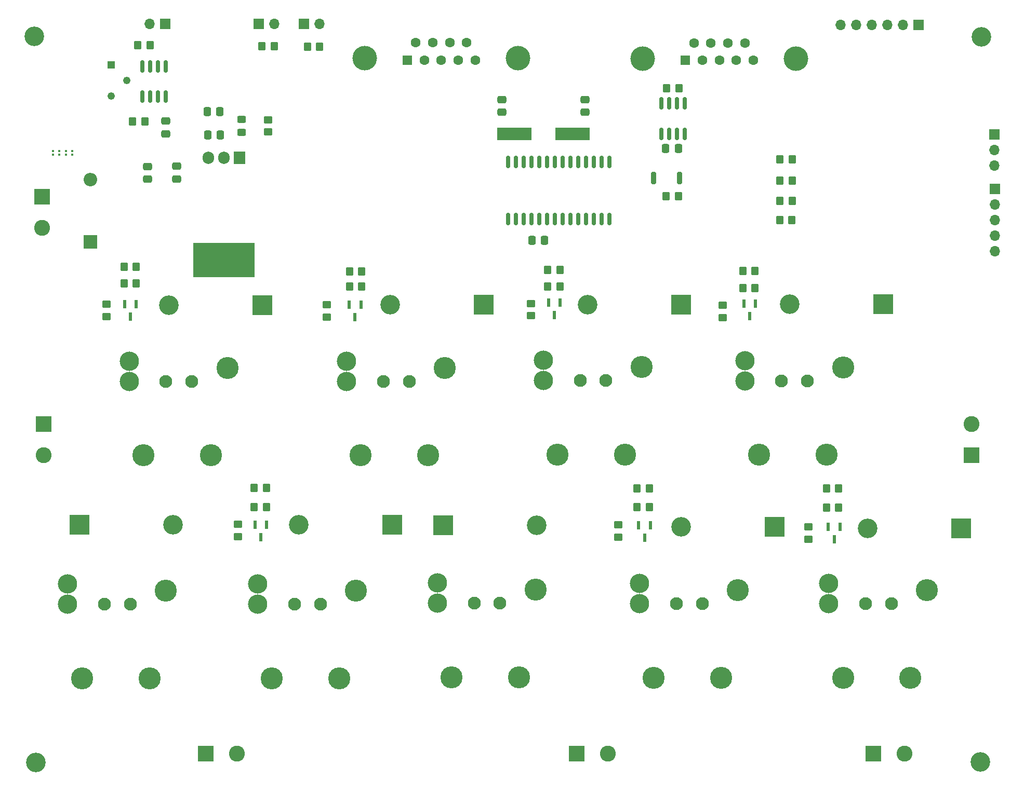
<source format=gbr>
%TF.GenerationSoftware,KiCad,Pcbnew,7.0.2-6a45011f42~172~ubuntu22.04.1*%
%TF.CreationDate,2023-04-27T13:30:22+02:00*%
%TF.ProjectId,Grup3_Tarda_Projecte_Netejaparabrises,47727570-335f-4546-9172-64615f50726f,1.4.27042023*%
%TF.SameCoordinates,Original*%
%TF.FileFunction,Soldermask,Top*%
%TF.FilePolarity,Negative*%
%FSLAX46Y46*%
G04 Gerber Fmt 4.6, Leading zero omitted, Abs format (unit mm)*
G04 Created by KiCad (PCBNEW 7.0.2-6a45011f42~172~ubuntu22.04.1) date 2023-04-27 13:30:22*
%MOMM*%
%LPD*%
G01*
G04 APERTURE LIST*
G04 Aperture macros list*
%AMRoundRect*
0 Rectangle with rounded corners*
0 $1 Rounding radius*
0 $2 $3 $4 $5 $6 $7 $8 $9 X,Y pos of 4 corners*
0 Add a 4 corners polygon primitive as box body*
4,1,4,$2,$3,$4,$5,$6,$7,$8,$9,$2,$3,0*
0 Add four circle primitives for the rounded corners*
1,1,$1+$1,$2,$3*
1,1,$1+$1,$4,$5*
1,1,$1+$1,$6,$7*
1,1,$1+$1,$8,$9*
0 Add four rect primitives between the rounded corners*
20,1,$1+$1,$2,$3,$4,$5,0*
20,1,$1+$1,$4,$5,$6,$7,0*
20,1,$1+$1,$6,$7,$8,$9,0*
20,1,$1+$1,$8,$9,$2,$3,0*%
G04 Aperture macros list end*
%ADD10RoundRect,0.250000X-0.350000X-0.450000X0.350000X-0.450000X0.350000X0.450000X-0.350000X0.450000X0*%
%ADD11RoundRect,0.250000X0.450000X-0.325000X0.450000X0.325000X-0.450000X0.325000X-0.450000X-0.325000X0*%
%ADD12C,3.200000*%
%ADD13R,1.700000X1.700000*%
%ADD14O,1.700000X1.700000*%
%ADD15R,2.600000X2.600000*%
%ADD16C,2.600000*%
%ADD17RoundRect,0.250000X-0.337500X-0.475000X0.337500X-0.475000X0.337500X0.475000X-0.337500X0.475000X0*%
%ADD18RoundRect,0.150000X-0.150000X0.825000X-0.150000X-0.825000X0.150000X-0.825000X0.150000X0.825000X0*%
%ADD19C,2.100000*%
%ADD20C,3.150000*%
%ADD21C,3.600000*%
%ADD22R,0.400000X0.380000*%
%ADD23RoundRect,0.250000X0.350000X0.450000X-0.350000X0.450000X-0.350000X-0.450000X0.350000X-0.450000X0*%
%ADD24RoundRect,0.250000X0.450000X-0.350000X0.450000X0.350000X-0.450000X0.350000X-0.450000X-0.350000X0*%
%ADD25RoundRect,0.041300X-0.253700X0.618700X-0.253700X-0.618700X0.253700X-0.618700X0.253700X0.618700X0*%
%ADD26R,1.222000X1.222000*%
%ADD27C,1.222000*%
%ADD28R,3.200000X3.200000*%
%ADD29O,3.200000X3.200000*%
%ADD30RoundRect,0.250000X-0.475000X0.337500X-0.475000X-0.337500X0.475000X-0.337500X0.475000X0.337500X0*%
%ADD31R,2.200000X2.200000*%
%ADD32O,2.200000X2.200000*%
%ADD33RoundRect,0.250000X0.337500X0.475000X-0.337500X0.475000X-0.337500X-0.475000X0.337500X-0.475000X0*%
%ADD34RoundRect,0.250000X0.475000X-0.337500X0.475000X0.337500X-0.475000X0.337500X-0.475000X-0.337500X0*%
%ADD35O,3.500000X3.500000*%
%ADD36R,1.905000X2.000000*%
%ADD37O,1.905000X2.000000*%
%ADD38R,10.000000X5.600000*%
%ADD39R,5.600000X2.100000*%
%ADD40C,4.000000*%
%ADD41R,1.600000X1.600000*%
%ADD42C,1.600000*%
%ADD43RoundRect,0.200000X0.200000X0.800000X-0.200000X0.800000X-0.200000X-0.800000X0.200000X-0.800000X0*%
%ADD44RoundRect,0.150000X0.150000X-0.825000X0.150000X0.825000X-0.150000X0.825000X-0.150000X-0.825000X0*%
%ADD45RoundRect,0.150000X-0.150000X0.875000X-0.150000X-0.875000X0.150000X-0.875000X0.150000X0.875000X0*%
G04 APERTURE END LIST*
D10*
%TO.C,R25*%
X101800000Y-38350000D03*
X103800000Y-38350000D03*
%TD*%
D11*
%TO.C,D3*%
X91100000Y-52265000D03*
X91100000Y-50215000D03*
%TD*%
D12*
%TO.C,REF98*%
X57520000Y-155070000D03*
%TD*%
D13*
%TO.C,J7*%
X78680000Y-34605000D03*
D14*
X76140000Y-34605000D03*
%TD*%
D15*
%TO.C,J8*%
X85255000Y-153645000D03*
D16*
X90335000Y-153645000D03*
%TD*%
D17*
%TO.C,C3*%
X85565000Y-52750000D03*
X87640000Y-52750000D03*
%TD*%
D18*
%TO.C,U2*%
X78755000Y-41515000D03*
X77485000Y-41515000D03*
X76215000Y-41515000D03*
X74945000Y-41515000D03*
X74945000Y-46465000D03*
X76215000Y-46465000D03*
X77485000Y-46465000D03*
X78755000Y-46465000D03*
%TD*%
D10*
%TO.C,R24*%
X94419030Y-38245671D03*
X96419030Y-38245671D03*
%TD*%
D15*
%TO.C,J10*%
X58795000Y-99845000D03*
D16*
X58795000Y-104925000D03*
%TD*%
D19*
%TO.C,K3*%
X99725000Y-129230000D03*
X103925000Y-129230000D03*
D20*
X93725000Y-125930000D03*
D21*
X96025000Y-141330000D03*
D20*
X93725000Y-129230000D03*
D21*
X107025000Y-141330000D03*
X109725000Y-127030000D03*
%TD*%
D12*
%TO.C,REF99*%
X57290000Y-36620000D03*
%TD*%
D10*
%TO.C,R14*%
X140992500Y-74745000D03*
X142992500Y-74745000D03*
%TD*%
D22*
%TO.C,FL3*%
X62462862Y-55922624D03*
X62462862Y-55360624D03*
%TD*%
D23*
%TO.C,RSens1*%
X76150000Y-38040000D03*
X74150000Y-38040000D03*
%TD*%
D12*
%TO.C,REF97*%
X211470000Y-155000000D03*
%TD*%
D24*
%TO.C,R8*%
X69040000Y-82330000D03*
X69040000Y-80330000D03*
%TD*%
D10*
%TO.C,R15*%
X155550000Y-110375000D03*
X157550000Y-110375000D03*
%TD*%
D24*
%TO.C,R1*%
X95400000Y-52240000D03*
X95400000Y-50240000D03*
%TD*%
D25*
%TO.C,Q3*%
X95150000Y-116310000D03*
X93250000Y-116310000D03*
X94200000Y-118340000D03*
%TD*%
D23*
%TO.C,RBot2*%
X180790000Y-63487500D03*
X178790000Y-63487500D03*
%TD*%
D25*
%TO.C,Q4*%
X174840000Y-80245000D03*
X172940000Y-80245000D03*
X173890000Y-82275000D03*
%TD*%
D24*
%TO.C,R22*%
X183490000Y-118660000D03*
X183490000Y-116660000D03*
%TD*%
D26*
%TO.C,RPOT1*%
X69830000Y-41304500D03*
D27*
X72370000Y-43844500D03*
X69830000Y-46384500D03*
%TD*%
D24*
%TO.C,R13*%
X169510000Y-82515000D03*
X169510000Y-80515000D03*
%TD*%
D28*
%TO.C,D12*%
X208350000Y-116940000D03*
D29*
X193110000Y-116940000D03*
%TD*%
D19*
%TO.C,K2*%
X114210000Y-92900000D03*
X118410000Y-92900000D03*
D20*
X108210000Y-89600000D03*
D21*
X110510000Y-105000000D03*
D20*
X108210000Y-92900000D03*
D21*
X121510000Y-105000000D03*
X124210000Y-90700000D03*
%TD*%
D30*
%TO.C,C2*%
X80500000Y-57840000D03*
X80500000Y-59915000D03*
%TD*%
D28*
%TO.C,D6*%
X115620000Y-116340000D03*
D29*
X100380000Y-116340000D03*
%TD*%
D15*
%TO.C,J9*%
X145705000Y-153645000D03*
D16*
X150785000Y-153645000D03*
%TD*%
D10*
%TO.C,R16*%
X140982500Y-77460000D03*
X142982500Y-77460000D03*
%TD*%
D24*
%TO.C,R10*%
X90465000Y-118255000D03*
X90465000Y-116255000D03*
%TD*%
D30*
%TO.C,C1*%
X75790000Y-57860000D03*
X75790000Y-59935000D03*
%TD*%
%TO.C,CDesOpam1*%
X78700000Y-50440000D03*
X78700000Y-52515000D03*
%TD*%
D23*
%TO.C,RBot1*%
X180770000Y-66620000D03*
X178770000Y-66620000D03*
%TD*%
D10*
%TO.C,R23*%
X73300000Y-50490000D03*
X75300000Y-50490000D03*
%TD*%
D31*
%TO.C,D1*%
X66440000Y-70200000D03*
D32*
X66440000Y-60040000D03*
%TD*%
D10*
%TO.C,R12*%
X172750000Y-77740000D03*
X174750000Y-77740000D03*
%TD*%
D25*
%TO.C,Q6*%
X157700000Y-116380000D03*
X155800000Y-116380000D03*
X156750000Y-118410000D03*
%TD*%
D10*
%TO.C,R3*%
X108670000Y-74985000D03*
X110670000Y-74985000D03*
%TD*%
%TO.C,R11*%
X172770000Y-74885000D03*
X174770000Y-74885000D03*
%TD*%
D19*
%TO.C,K4*%
X68760000Y-129230000D03*
X72960000Y-129230000D03*
D20*
X62760000Y-125930000D03*
D21*
X65060000Y-141330000D03*
D20*
X62760000Y-129230000D03*
D21*
X76060000Y-141330000D03*
X78760000Y-127030000D03*
%TD*%
D33*
%TO.C,CDesacobMicro1*%
X140487500Y-69890000D03*
X138412500Y-69890000D03*
%TD*%
D13*
%TO.C,J2*%
X201390000Y-34780000D03*
D14*
X198850000Y-34780000D03*
X196310000Y-34780000D03*
X193770000Y-34780000D03*
X191230000Y-34780000D03*
X188690000Y-34780000D03*
%TD*%
D12*
%TO.C,REF96*%
X211680000Y-36690000D03*
%TD*%
D24*
%TO.C,R18*%
X138232500Y-82210000D03*
X138232500Y-80210000D03*
%TD*%
D34*
%TO.C,CClock1*%
X147080000Y-49027500D03*
X147080000Y-46952500D03*
%TD*%
D35*
%TO.C,IC1*%
X88200000Y-73120000D03*
D36*
X90740000Y-56460000D03*
D37*
X88200000Y-56460000D03*
D38*
X88190000Y-73110000D03*
D37*
X85660000Y-56460000D03*
%TD*%
D39*
%TO.C,Y1*%
X145030000Y-52540000D03*
X135530000Y-52540000D03*
%TD*%
D40*
%TO.C,J6*%
X181445000Y-40240000D03*
X156445000Y-40240000D03*
D41*
X163405000Y-40540000D03*
D42*
X166175000Y-40540000D03*
X168945000Y-40540000D03*
X171715000Y-40540000D03*
X174485000Y-40540000D03*
X164790000Y-37700000D03*
X167560000Y-37700000D03*
X170330000Y-37700000D03*
X173100000Y-37700000D03*
%TD*%
D10*
%TO.C,R5*%
X71930000Y-76980000D03*
X73930000Y-76980000D03*
%TD*%
D28*
%TO.C,D4*%
X94440000Y-80480000D03*
D29*
X79200000Y-80480000D03*
%TD*%
D24*
%TO.C,R19*%
X152430000Y-118325000D03*
X152430000Y-116325000D03*
%TD*%
D10*
%TO.C,R7*%
X93125000Y-113450000D03*
X95125000Y-113450000D03*
%TD*%
%TO.C,RReset1*%
X160260000Y-62730000D03*
X162260000Y-62730000D03*
%TD*%
%TO.C,R6*%
X108670000Y-77485000D03*
X110670000Y-77485000D03*
%TD*%
D13*
%TO.C,J13*%
X93860000Y-34600000D03*
D14*
X96400000Y-34600000D03*
%TD*%
D23*
%TO.C,Rterm1*%
X162365000Y-45065000D03*
X160365000Y-45065000D03*
%TD*%
D25*
%TO.C,Q7*%
X188600000Y-116625000D03*
X186700000Y-116625000D03*
X187650000Y-118655000D03*
%TD*%
D34*
%TO.C,CClock2*%
X133480000Y-49027500D03*
X133480000Y-46952500D03*
%TD*%
D23*
%TO.C,RBot4*%
X180790000Y-56737500D03*
X178790000Y-56737500D03*
%TD*%
D22*
%TO.C,FL2*%
X61382862Y-55922624D03*
X61382862Y-55360624D03*
%TD*%
D28*
%TO.C,D10*%
X123950000Y-116430000D03*
D29*
X139190000Y-116430000D03*
%TD*%
D25*
%TO.C,Q1*%
X73920000Y-80335000D03*
X72020000Y-80335000D03*
X72970000Y-82365000D03*
%TD*%
%TO.C,Q2*%
X110530000Y-80420000D03*
X108630000Y-80420000D03*
X109580000Y-82450000D03*
%TD*%
%TO.C,Q5*%
X143022500Y-80095000D03*
X141122500Y-80095000D03*
X142072500Y-82125000D03*
%TD*%
D22*
%TO.C,FL1*%
X60314862Y-55923624D03*
X60314862Y-55361624D03*
%TD*%
D13*
%TO.C,J3*%
X213810000Y-61490000D03*
D14*
X213810000Y-64030000D03*
X213810000Y-66570000D03*
X213810000Y-69110000D03*
X213810000Y-71650000D03*
%TD*%
D15*
%TO.C,J1*%
X58575000Y-62790000D03*
D16*
X58575000Y-67870000D03*
%TD*%
D13*
%TO.C,J14*%
X101210000Y-34600000D03*
D14*
X103750000Y-34600000D03*
%TD*%
D10*
%TO.C,R2*%
X71940000Y-74220000D03*
X73940000Y-74220000D03*
%TD*%
D43*
%TO.C,SWReset1*%
X162460000Y-59780000D03*
X158260000Y-59780000D03*
%TD*%
D23*
%TO.C,RBot3*%
X180790000Y-60187500D03*
X178790000Y-60187500D03*
%TD*%
D10*
%TO.C,R20*%
X186400000Y-110405000D03*
X188400000Y-110405000D03*
%TD*%
D19*
%TO.C,K1*%
X78760000Y-92900000D03*
X82960000Y-92900000D03*
D20*
X72760000Y-89600000D03*
D21*
X75060000Y-105000000D03*
D20*
X72760000Y-92900000D03*
D21*
X86060000Y-105000000D03*
X88760000Y-90700000D03*
%TD*%
D10*
%TO.C,R4*%
X93150000Y-110340000D03*
X95150000Y-110340000D03*
%TD*%
D40*
%TO.C,J5*%
X136120000Y-40210000D03*
X111120000Y-40210000D03*
D41*
X118080000Y-40510000D03*
D42*
X120850000Y-40510000D03*
X123620000Y-40510000D03*
X126390000Y-40510000D03*
X129160000Y-40510000D03*
X119465000Y-37670000D03*
X122235000Y-37670000D03*
X125005000Y-37670000D03*
X127775000Y-37670000D03*
%TD*%
D22*
%TO.C,FL4*%
X63522862Y-55922624D03*
X63522862Y-55360624D03*
%TD*%
D19*
%TO.C,K9*%
X192790000Y-129200000D03*
X196990000Y-129200000D03*
D20*
X186790000Y-125900000D03*
D21*
X189090000Y-141300000D03*
D20*
X186790000Y-129200000D03*
D21*
X200090000Y-141300000D03*
X202790000Y-127000000D03*
%TD*%
D10*
%TO.C,R21*%
X186400000Y-113515000D03*
X188400000Y-113515000D03*
%TD*%
D15*
%TO.C,J11*%
X210005000Y-104985000D03*
D16*
X210005000Y-99905000D03*
%TD*%
D28*
%TO.C,D9*%
X162710000Y-80410000D03*
D29*
X147470000Y-80410000D03*
%TD*%
D10*
%TO.C,R17*%
X155550000Y-113440000D03*
X157550000Y-113440000D03*
%TD*%
D19*
%TO.C,K7*%
X128990000Y-129105000D03*
X133190000Y-129105000D03*
D20*
X122990000Y-125805000D03*
D21*
X125290000Y-141205000D03*
D20*
X122990000Y-129105000D03*
D21*
X136290000Y-141205000D03*
X138990000Y-126905000D03*
%TD*%
D28*
%TO.C,D11*%
X177990000Y-116640000D03*
D29*
X162750000Y-116640000D03*
%TD*%
D28*
%TO.C,D7*%
X64630000Y-116340000D03*
D29*
X79870000Y-116340000D03*
%TD*%
D33*
%TO.C,CDesacobCan1*%
X162287500Y-54890000D03*
X160212500Y-54890000D03*
%TD*%
D28*
%TO.C,D8*%
X195640000Y-80340000D03*
D29*
X180400000Y-80340000D03*
%TD*%
D44*
%TO.C,U1*%
X159460000Y-52540000D03*
X160730000Y-52540000D03*
X162000000Y-52540000D03*
X163270000Y-52540000D03*
X163270000Y-47590000D03*
X162000000Y-47590000D03*
X160730000Y-47590000D03*
X159460000Y-47590000D03*
%TD*%
D19*
%TO.C,K5*%
X179090000Y-92820000D03*
X183290000Y-92820000D03*
D20*
X173090000Y-89520000D03*
D21*
X175390000Y-104920000D03*
D20*
X173090000Y-92820000D03*
D21*
X186390000Y-104920000D03*
X189090000Y-90620000D03*
%TD*%
D19*
%TO.C,K6*%
X146250000Y-92740000D03*
X150450000Y-92740000D03*
D20*
X140250000Y-89440000D03*
D21*
X142550000Y-104840000D03*
D20*
X140250000Y-92740000D03*
D21*
X153550000Y-104840000D03*
X156250000Y-90540000D03*
%TD*%
D15*
%TO.C,J12*%
X194005000Y-153645000D03*
D16*
X199085000Y-153645000D03*
%TD*%
D28*
%TO.C,D5*%
X130540000Y-80425000D03*
D29*
X115300000Y-80425000D03*
%TD*%
D17*
%TO.C,C4*%
X85462500Y-48890000D03*
X87537500Y-48890000D03*
%TD*%
D45*
%TO.C,IC2*%
X151060000Y-57140000D03*
X149790000Y-57140000D03*
X148520000Y-57140000D03*
X147250000Y-57140000D03*
X145980000Y-57140000D03*
X144710000Y-57140000D03*
X143440000Y-57140000D03*
X142170000Y-57140000D03*
X140900000Y-57140000D03*
X139630000Y-57140000D03*
X138360000Y-57140000D03*
X137090000Y-57140000D03*
X135820000Y-57140000D03*
X134550000Y-57140000D03*
X134550000Y-66440000D03*
X135820000Y-66440000D03*
X137090000Y-66440000D03*
X138360000Y-66440000D03*
X139630000Y-66440000D03*
X140900000Y-66440000D03*
X142170000Y-66440000D03*
X143440000Y-66440000D03*
X144710000Y-66440000D03*
X145980000Y-66440000D03*
X147250000Y-66440000D03*
X148520000Y-66440000D03*
X149790000Y-66440000D03*
X151060000Y-66440000D03*
%TD*%
D13*
%TO.C,J4*%
X213770000Y-52610000D03*
D14*
X213770000Y-55150000D03*
X213770000Y-57690000D03*
%TD*%
D24*
%TO.C,R9*%
X105000000Y-82440000D03*
X105000000Y-80440000D03*
%TD*%
D19*
%TO.C,K8*%
X161950000Y-129190000D03*
X166150000Y-129190000D03*
D20*
X155950000Y-125890000D03*
D21*
X158250000Y-141290000D03*
D20*
X155950000Y-129190000D03*
D21*
X169250000Y-141290000D03*
X171950000Y-126990000D03*
%TD*%
M02*

</source>
